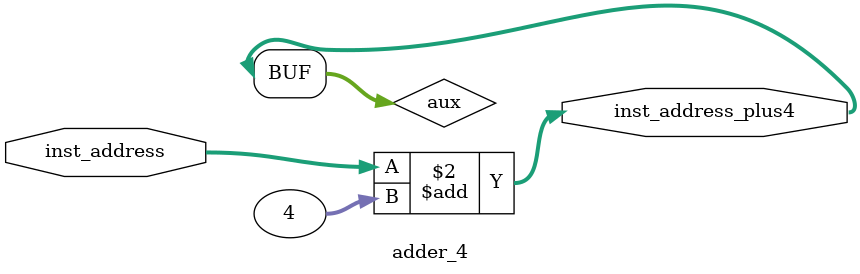
<source format=v>
`timescale 1ns / 1ps

module adder_4(
    input [31:0] inst_address,
    output reg [31:0] inst_address_plus4
    );
	 
reg [31:0] aux;

always@(*)
begin
	aux = inst_address + 4;
	inst_address_plus4 = aux;
end
endmodule

</source>
